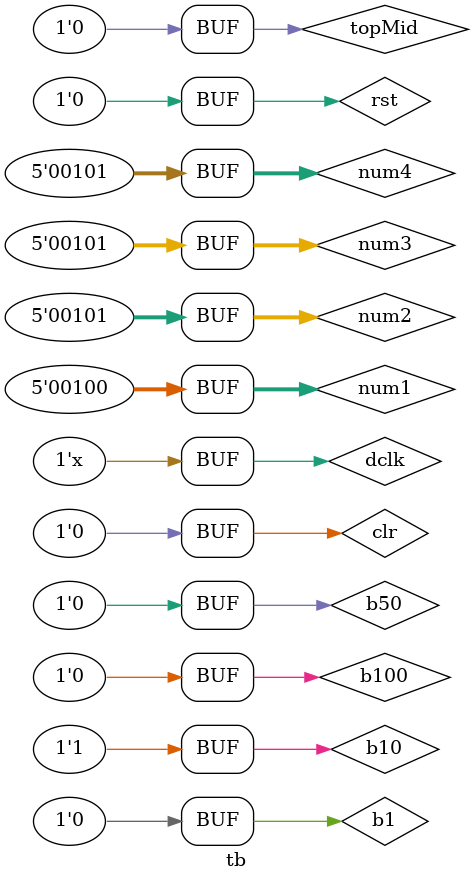
<source format=v>
`timescale 1ns / 1ps


module tb;

	// Inputs
	reg topMid;
	reg dclk;
	reg clr;
	reg rst;
	reg [26:0] balance;

	// Outputs
	wire hsync;
	wire vsync;
	wire [2:0] red;
	wire [2:0] green;
	wire [1:0] blue;
	reg b1 = 0;
	reg b10 = 0;
	reg b50 = 0;
	reg b100 = 0; 
	reg [4:0] num1;
	reg [4:0] num2;
	reg [4:0] num3;
	reg [4:0] num4;


	// Instantiate the Unit Under Test (UUT)
	vga640x480 uut (
		.topMid(topMid), 
		.dclk(dclk), 
		.clr(clr), 
		.balance(balance), 
		.hsync(hsync), 
		.vsync(vsync), 
		.red(red), 
		.green(green), 
		.blue(blue)
	);

	bank bank(
		.clk(clk), 
		.b1(b1), 
		.b10(b10), 
		.b50(b50), 
		.b100(b100), 
		.randNum1(num1), 
		.randNum2(num2), 
		.randNum3(num3), 
		.randNum4(num4), 
		.rst(rst), 
		.balance(balance)
	);

	initial begin
		// Initialize Inputs
		topMid = 0;
		dclk = 0;
		clr = 0;
		rst = 1;

		// Wait 100 ns for global reset to finish
		#100;
		rst = 0;
		b10 = 1;
        
		// Add stimulus here

		num1 = 5;
		num2 = 5;
		num3 = 5; 
		num4 = 5;

		#10

		num1 = 4;

	end
	
	always #5 dclk = ~dclk;
      
endmodule


</source>
